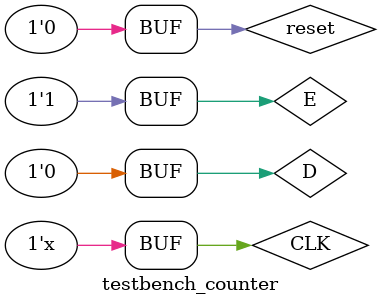
<source format=v>
`timescale 1ns/1ns
module testbench_counter();
  reg D, E , reset, CLK;
  wire [4:0] Q;
  wire dau;
  initial begin
    D = 0;
    E = 0;
    CLK = 0;
    reset = 1;
    #100;
    reset = 0;
    #30;
    E = 1;
  end
  always begin
  #50;
  CLK <= ~CLK;
  end
  Counter_6bit ins2(
                        .D(D),
                        .CLK(CLK),
                        .reset(reset),
                        .Q(Q),
                        .dau(dau),
                        .E(E)
  );
endmodule 

    
</source>
